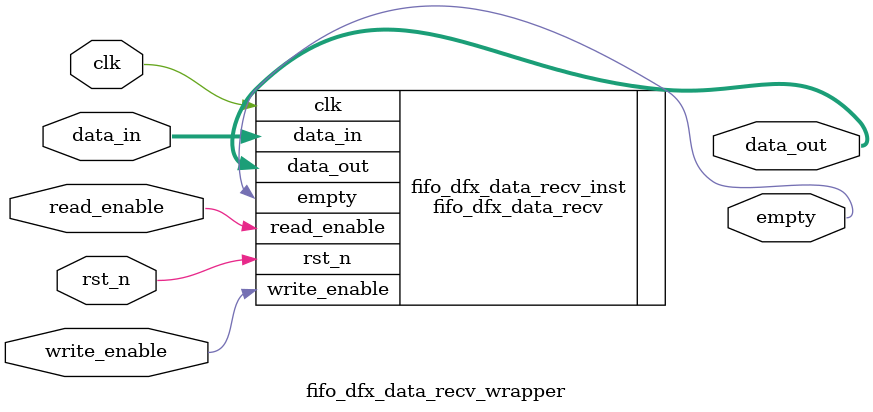
<source format=v>
module fifo_dfx_data_recv_wrapper(
    input clk,             
    input rst_n,             
    input write_enable,     
    input read_enable,      
    input [1033:0] data_in, 
    output [1033:0] data_out,
    output empty 
);
fifo_dfx_data_recv fifo_dfx_data_recv_inst (
        .clk(clk),
        .rst_n(rst_n),
        .write_enable(write_enable),
        .read_enable(read_enable),
        .data_in(data_in),
        .data_out(data_out),
        .empty(empty)
);

endmodule
</source>
